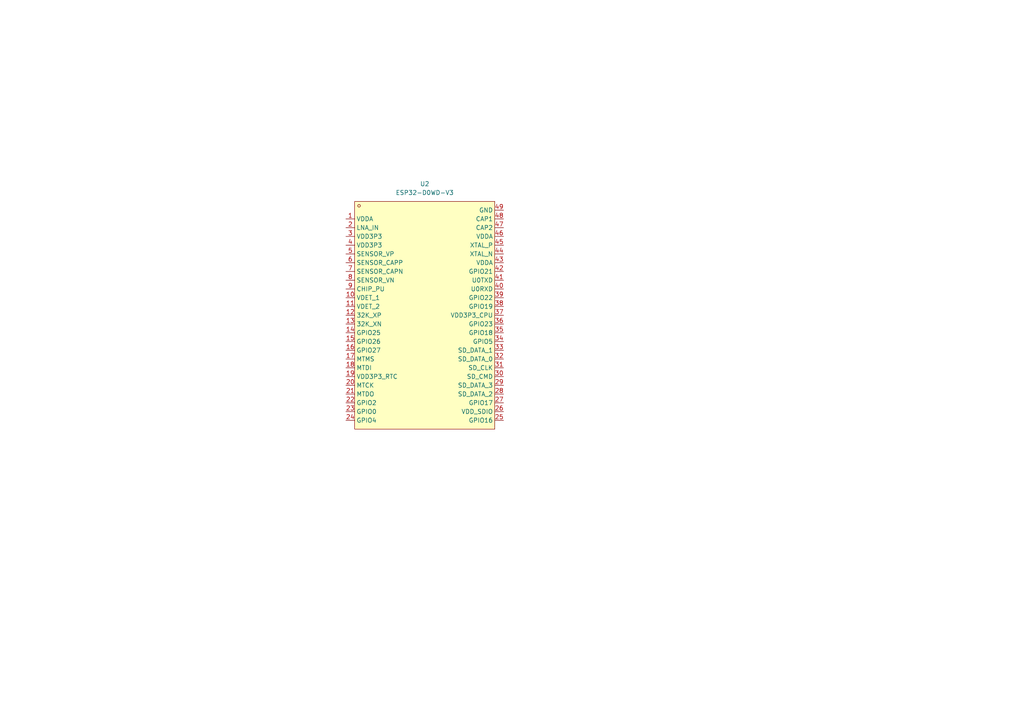
<source format=kicad_sch>
(kicad_sch (version 20250114) (generator "eeschema") (generator_version "9.0")
  (paper "A4")
  (lib_symbols
    (symbol "easyeda2kicad:ESP32-D0WD-V3"
      (property "Reference" "U" (at 0 35.56 0))
      (property "Value" "ESP32-D0WD-V3" (at 0 -35.56 0))
      (symbol "ESP32-D0WD-V3_0_1"
        (rectangle (start -20.32 33.02) (end 20.32 -33.02) (fill (type background)))
        (circle (center -19.05 31.75) (radius 0.38))
        (pin unspecified line (at -22.86 27.94 0) (length 2.54) (name "VDDA") (number "1"))
        (pin unspecified line (at -22.86 25.4 0) (length 2.54) (name "LNA_IN") (number "2"))
        (pin unspecified line (at -22.86 22.86 0) (length 2.54) (name "VDD3P3") (number "3"))
        (pin unspecified line (at -22.86 20.32 0) (length 2.54) (name "VDD3P3") (number "4"))
        (pin unspecified line (at -22.86 17.78 0) (length 2.54) (name "SENSOR_VP") (number "5"))
        (pin unspecified line (at -22.86 15.24 0) (length 2.54) (name "SENSOR_CAPP") (number "6"))
        (pin unspecified line (at -22.86 12.7 0) (length 2.54) (name "SENSOR_CAPN") (number "7"))
        (pin unspecified line (at -22.86 10.16 0) (length 2.54) (name "SENSOR_VN") (number "8"))
        (pin unspecified line (at -22.86 7.62 0) (length 2.54) (name "CHIP_PU") (number "9"))
        (pin unspecified line (at -22.86 5.08 0) (length 2.54) (name "VDET_1") (number "10"))
        (pin unspecified line (at -22.86 2.54 0) (length 2.54) (name "VDET_2") (number "11"))
        (pin unspecified line (at -22.86 0 0) (length 2.54) (name "32K_XP") (number "12"))
        (pin unspecified line (at -22.86 -2.54 0) (length 2.54) (name "32K_XN") (number "13"))
        (pin unspecified line (at -22.86 -5.08 0) (length 2.54) (name "GPIO25") (number "14"))
        (pin unspecified line (at -22.86 -7.62 0) (length 2.54) (name "GPIO26") (number "15"))
        (pin unspecified line (at -22.86 -10.16 0) (length 2.54) (name "GPIO27") (number "16"))
        (pin unspecified line (at -22.86 -12.7 0) (length 2.54) (name "MTMS") (number "17"))
        (pin unspecified line (at -22.86 -15.24 0) (length 2.54) (name "MTDI") (number "18"))
        (pin unspecified line (at -22.86 -17.78 0) (length 2.54) (name "VDD3P3_RTC") (number "19"))
        (pin unspecified line (at -22.86 -20.32 0) (length 2.54) (name "MTCK") (number "20"))
        (pin unspecified line (at -22.86 -22.86 0) (length 2.54) (name "MTDO") (number "21"))
        (pin unspecified line (at -22.86 -25.4 0) (length 2.54) (name "GPIO2") (number "22"))
        (pin unspecified line (at -22.86 -27.94 0) (length 2.54) (name "GPIO0") (number "23"))
        (pin unspecified line (at -22.86 -30.48 0) (length 2.54) (name "GPIO4") (number "24"))
        (pin unspecified line (at 22.86 30.48 180) (length 2.54) (name "GND") (number "49"))
        (pin unspecified line (at 22.86 27.94 180) (length 2.54) (name "CAP1") (number "48"))
        (pin unspecified line (at 22.86 25.4 180) (length 2.54) (name "CAP2") (number "47"))
        (pin unspecified line (at 22.86 22.86 180) (length 2.54) (name "VDDA") (number "46"))
        (pin unspecified line (at 22.86 20.32 180) (length 2.54) (name "XTAL_P") (number "45"))
        (pin unspecified line (at 22.86 17.78 180) (length 2.54) (name "XTAL_N") (number "44"))
        (pin unspecified line (at 22.86 15.24 180) (length 2.54) (name "VDDA") (number "43"))
        (pin unspecified line (at 22.86 12.7 180) (length 2.54) (name "GPIO21") (number "42"))
        (pin unspecified line (at 22.86 10.16 180) (length 2.54) (name "U0TXD") (number "41"))
        (pin unspecified line (at 22.86 7.62 180) (length 2.54) (name "U0RXD") (number "40"))
        (pin unspecified line (at 22.86 5.08 180) (length 2.54) (name "GPIO22") (number "39"))
        (pin unspecified line (at 22.86 2.54 180) (length 2.54) (name "GPIO19") (number "38"))
        (pin unspecified line (at 22.86 0 180) (length 2.54) (name "VDD3P3_CPU") (number "37"))
        (pin unspecified line (at 22.86 -2.54 180) (length 2.54) (name "GPIO23") (number "36"))
        (pin unspecified line (at 22.86 -5.08 180) (length 2.54) (name "GPIO18") (number "35"))
        (pin unspecified line (at 22.86 -7.62 180) (length 2.54) (name "GPIO5") (number "34"))
        (pin unspecified line (at 22.86 -10.16 180) (length 2.54) (name "SD_DATA_1") (number "33"))
        (pin unspecified line (at 22.86 -12.7 180) (length 2.54) (name "SD_DATA_0") (number "32"))
        (pin unspecified line (at 22.86 -15.24 180) (length 2.54) (name "SD_CLK") (number "31"))
        (pin unspecified line (at 22.86 -17.78 180) (length 2.54) (name "SD_CMD") (number "30"))
        (pin unspecified line (at 22.86 -20.32 180) (length 2.54) (name "SD_DATA_3") (number "29"))
        (pin unspecified line (at 22.86 -22.86 180) (length 2.54) (name "SD_DATA_2") (number "28"))
        (pin unspecified line (at 22.86 -25.4 180) (length 2.54) (name "GPIO17") (number "27"))
        (pin unspecified line (at 22.86 -27.94 180) (length 2.54) (name "VDD_SDIO") (number "26"))
        (pin unspecified line (at 22.86 -30.48 180) (length 2.54) (name "GPIO16") (number "25"))
      )
    )
  )
  (symbol (lib_id "easyeda2kicad:ESP32-D0WD-V3") (at 123.19 91.44 0) (unit 1)
    (property "Reference" "U2" (at 123.19 53.34 0))
    (property "Value" "ESP32-D0WD-V3" (at 123.19 55.88 0))
    (property "Footprint" "easyeda2kicad:QFN-48_L5.0-W5.0-P0.35-BL-EP3.7" (effects (hide yes)))
    (property "LCSC Part" "C967021" (effects (hide yes)))
  )
)
</source>
